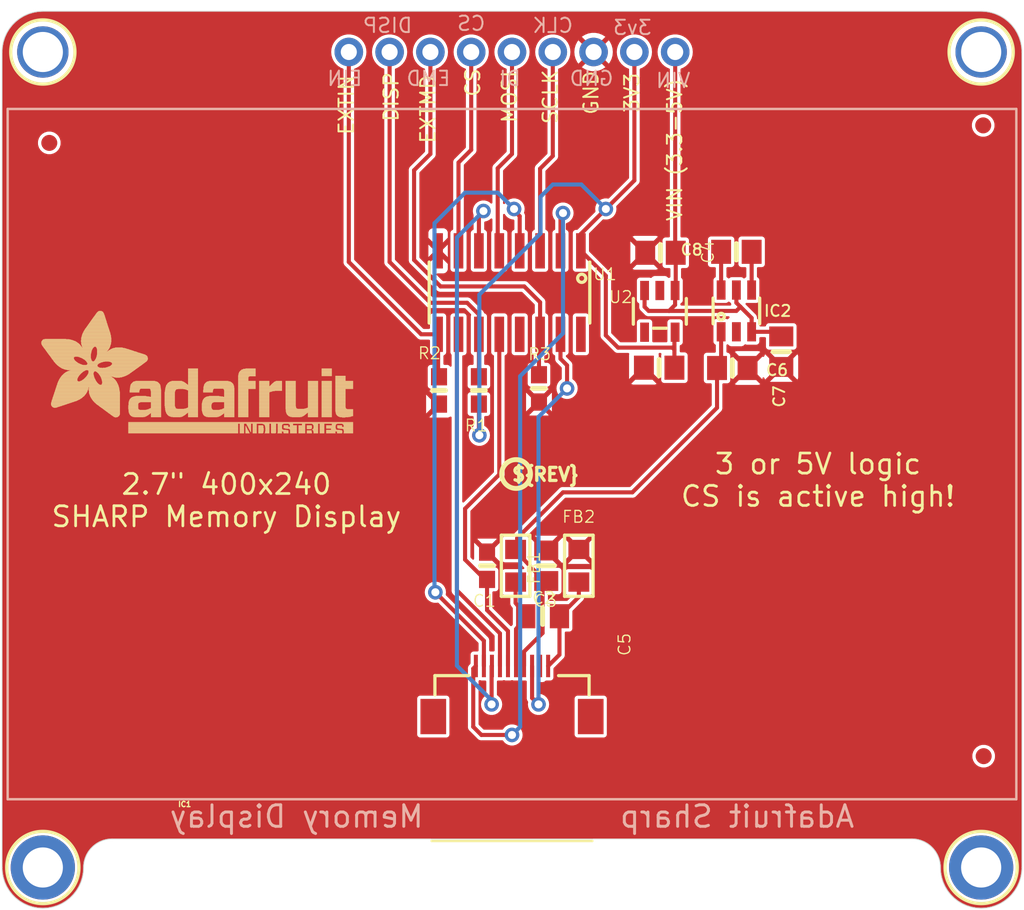
<source format=kicad_pcb>
(kicad_pcb (version 20221018) (generator pcbnew)
  (layers (0 "F.Cu" signal) (1 "In1.Cu" signal) (2 "In2.Cu" signal) (3 "In3.Cu" signal) (4 "In4.Cu" signal) (5 "In5.Cu" signal) (6 "In6.Cu" signal) (7 "In7.Cu" signal) (8 "In8.Cu" signal) (9 "In9.Cu" signal) (10 "In10.Cu" signal) (11 "In11.Cu" signal) (12 "In12.Cu" signal) (13 "In13.Cu" signal) (14 "In14.Cu" signal) (31 "B.Cu" signal) (34 "B.Paste" user) (35 "F.Paste" user) (36 "B.SilkS" user "B.Silkscreen") (37 "F.SilkS" user "F.Silkscreen") (38 "B.Mask" user) (39 "F.Mask" user) (44 "Edge.Cuts" user))
  (net 0 "")
  (net 1 "AVDD")
  (net 2 "AGND")
  (net 3 "GND")
  (net 4 "EXTMODE")
  (net 5 "EXTCOMIN")
  (net 6 "SCS")
  (net 7 "SI")
  (net 8 "SCLK")
  (net 9 "DISP")
  (net 10 "VIN")
  (net 11 "3.3V")
  (net 12 "SCLK_5V")
  (net 13 "SI_5V")
  (net 14 "SCS_5V")
  (net 15 "DISP_5V")
  (net 16 "EXTCOMIN_5V")
  (net 17 "EXTMODE_5V")
  (net 18 "5.0V")
  (net 19 "N$1")
  (net 20 "N$2")
  (footprint "working:FIDUCIAL_1MM" (layer "F.Cu") (at 119.6931 85.2656 180)
    (fp_text reference "FID1" hide)
    (fp_text value "FIDUCIAL_1MM" hide)
    (pad "1" smd roundrect (at 0 0 180) (size 1 1) (layers "F.Cu" "F.Mask") (roundrect_rratio 0.5))
  )
  (footprint "working:1X09_ROUND_70" (layer "F.Cu") (at 148.5011 79.6036 180)
    (fp_text reference "JP1" (at -29.2898 1.0632 90) (layer "F.SilkS") (effects (font (size 0.73282 0.73282) (thickness 0.07998)) (justify right)))
    (fp_text value "")
    (pad "1" thru_hole circle (at -10.16 0 270) (size 1.778 1.778) (drill 1) (layers "*.Cu" "*.Mask") (net 10 "VIN"))
    (pad "2" thru_hole circle (at -7.62 0 270) (size 1.778 1.778) (drill 1) (layers "*.Cu" "*.Mask") (net 11 "3.3V"))
    (pad "3" thru_hole circle (at -5.08 0 270) (size 1.778 1.778) (drill 1) (layers "*.Cu" "*.Mask") (net 3 "GND"))
    (pad "4" thru_hole circle (at -2.54 0 270) (size 1.778 1.778) (drill 1) (layers "*.Cu" "*.Mask") (net 12 "SCLK_5V"))
    (pad "5" thru_hole circle (at 0 0 270) (size 1.778 1.778) (drill 1) (layers "*.Cu" "*.Mask") (net 13 "SI_5V"))
    (pad "6" thru_hole circle (at 2.54 0 270) (size 1.778 1.778) (drill 1) (layers "*.Cu" "*.Mask") (net 14 "SCS_5V"))
    (pad "7" thru_hole circle (at 5.08 0 270) (size 1.778 1.778) (drill 1) (layers "*.Cu" "*.Mask") (net 17 "EXTMODE_5V"))
    (pad "8" thru_hole circle (at 7.62 0 270) (size 1.778 1.778) (drill 1) (layers "*.Cu" "*.Mask") (net 15 "DISP_5V"))
    (pad "9" thru_hole circle (at 10.16 0 270) (size 1.778 1.778) (drill 1) (layers "*.Cu" "*.Mask") (net 16 "EXTCOMIN_5V"))
  )
  (footprint "working:0603-NO" (layer "F.Cu") (at 143.9581 100.6856 -90)
    (fp_text reference "R2" (at -2.315 1.3625) (layer "F.SilkS") (effects (font (size 0.73282 0.73282) (thickness 0.07998)) (justify left)))
    (fp_text value "10K")
    (pad "1" smd rect (at -0.85 0 270) (size 1.075 1) (layers "F.Cu" "F.Paste" "F.Mask") (net 16 "EXTCOMIN_5V"))
    (pad "2" smd rect (at 0.85 0 270) (size 1.075 1) (layers "F.Cu" "F.Paste" "F.Mask") (net 3 "GND"))
  )
  (footprint "working:0805-NO" (layer "F.Cu") (at 150.6311 111.6076 90)
    (fp_text reference "C3" (at -2.188 0.7275) (layer "F.SilkS") (effects (font (size 0.73282 0.73282) (thickness 0.07998)) (justify right)))
    (fp_text value "1µF")
    (pad "1" smd rect (at -0.95 0 90) (size 1.24 1.5) (layers "F.Cu" "F.Paste" "F.Mask") (net 18 "5.0V"))
    (pad "2" smd rect (at 0.95 0 90) (size 1.24 1.5) (layers "F.Cu" "F.Paste" "F.Mask") (net 3 "GND"))
  )
  (footprint "working:0805-NO" (layer "F.Cu") (at 162.4711 92.0496 180)
    (fp_text reference "C8" (at 2.032 0.127) (layer "F.SilkS") (effects (font (size 0.692831 0.692831) (thickness 0.119969)) (justify right)))
    (fp_text value "1uF")
    (pad "1" smd rect (at -0.95 0 180) (size 1.24 1.5) (layers "F.Cu" "F.Paste" "F.Mask") (net 20 "N$2"))
    (pad "2" smd rect (at 0.95 0 180) (size 1.24 1.5) (layers "F.Cu" "F.Paste" "F.Mask") (net 19 "N$1"))
  )
  (footprint "working:0805-NO" (layer "F.Cu") (at 162.2171 99.2886)
    (fp_text reference "C6" (at 2.032 0.127) (layer "F.SilkS") (effects (font (size 0.692831 0.692831) (thickness 0.119969)) (justify left)))
    (fp_text value "10uF")
    (pad "1" smd rect (at -0.95 0) (size 1.24 1.5) (layers "F.Cu" "F.Paste" "F.Mask") (net 18 "5.0V"))
    (pad "2" smd rect (at 0.95 0) (size 1.24 1.5) (layers "F.Cu" "F.Paste" "F.Mask") (net 3 "GND"))
  )
  (footprint "working:0805_10MGAP" (layer "F.Cu") (at 150.4061 114.7536)
    (fp_text reference "C2" (at -0.6985 -1.143) (layer "F.SilkS") (effects (font (size 0.73282 0.73282) (thickness 0.07998)) (justify left)))
    (fp_text value "1µF")
    (pad "1" smd rect (at -1.05 0) (size 1.2 1.5) (layers "F.Cu" "F.Paste" "F.Mask") (net 1 "AVDD"))
    (pad "2" smd rect (at 1.05 0) (size 1.2 1.5) (layers "F.Cu" "F.Paste" "F.Mask") (net 2 "AGND"))
  )
  (footprint "working:PCBFEAT-REV-040" (layer "F.Cu") (at 148.7551 105.8926)
    (fp_text reference "U$29" hide)
    (fp_text value "" hide)
    (fp_text user "${REV}" (at -0.3556 0.508) (layer "F.SilkS") (effects (font (size 0.8128 0.8128) (thickness 0.2032)) (justify left bottom)))
  )
  (footprint "working:0603-NO" (layer "F.Cu") (at 146.4401 100.6856 90)
    (fp_text reference "R1" (at -2.188 0.6005) (layer "F.SilkS") (effects (font (size 0.73282 0.73282) (thickness 0.07998)) (justify right)))
    (fp_text value "10K")
    (pad "1" smd rect (at -0.85 0 90) (size 1.075 1) (layers "F.Cu" "F.Paste" "F.Mask") (net 11 "3.3V"))
    (pad "2" smd rect (at 0.85 0 90) (size 1.075 1) (layers "F.Cu" "F.Paste" "F.Mask") (net 15 "DISP_5V"))
  )
  (footprint "working:0805-NO" (layer "F.Cu") (at 157.6631 99.2686 180)
    (fp_text reference "C5" (at 2.157 -18.0085 90) (layer "F.SilkS") (effects (font (size 0.73282 0.73282) (thickness 0.07998)) (justify left)))
    (fp_text value "10µF")
    (pad "1" smd rect (at -0.95 0 180) (size 1.24 1.5) (layers "F.Cu" "F.Paste" "F.Mask") (net 11 "3.3V"))
    (pad "2" smd rect (at 0.95 0 180) (size 1.24 1.5) (layers "F.Cu" "F.Paste" "F.Mask") (net 3 "GND"))
  )
  (footprint "working:_0805" (layer "F.Cu") (at 148.7261 111.6076 -90)
    (fp_text reference "FB1" (at -0.9525 -1.143 90) (layer "F.SilkS") (effects (font (size 0.73282 0.73282) (thickness 0.07998)) (justify right)))
    (fp_text value "FERRITE")
    (pad "1" smd rect (at -1.016 0 270) (size 1.2 1.3) (layers "F.Cu" "F.Paste" "F.Mask") (net 18 "5.0V"))
    (pad "2" smd rect (at 1.016 0 270) (size 1.2 1.3) (layers "F.Cu" "F.Paste" "F.Mask") (net 1 "AVDD"))
  )
  (footprint "working:FIDUCIAL_1MM" (layer "F.Cu") (at 177.8381 84.1756 180)
    (fp_text reference "FID3" hide)
    (fp_text value "FIDUCIAL_1MM" hide)
    (pad "1" smd roundrect (at 0 0 180) (size 1 1) (layers "F.Cu" "F.Mask") (roundrect_rratio 0.5))
  )
  (footprint "working:SOT23-5" (layer "F.Cu") (at 157.7051 95.7596 180)
    (fp_text reference "U2" (at 1.651 0.889) (layer "F.SilkS") (effects (font (size 0.73282 0.73282) (thickness 0.07998)) (justify right)))
    (fp_text value "AP2112K-3.3")
    (pad "1" smd rect (at -0.95 1.3001 180) (size 0.55 1.2) (layers "F.Cu" "F.Paste" "F.Mask") (net 10 "VIN"))
    (pad "2" smd rect (at 0 1.3001 180) (size 0.55 1.2) (layers "F.Cu" "F.Paste" "F.Mask") (net 3 "GND"))
    (pad "3" smd rect (at 0.95 1.3001 180) (size 0.55 1.2) (layers "F.Cu" "F.Paste" "F.Mask") (net 10 "VIN"))
    (pad "4" smd rect (at 0.95 -1.3001 180) (size 0.55 1.2) (layers "F.Cu" "F.Paste" "F.Mask"))
    (pad "5" smd rect (at -0.95 -1.3001 180) (size 0.55 1.2) (layers "F.Cu" "F.Paste" "F.Mask") (net 11 "3.3V"))
  )
  (footprint "working:ADAFRUIT_TEXT_20MM" (layer "F.Cu") (at 119.0371 103.3526)
    (fp_text reference "U$32" hide)
    (fp_text value "" hide)
  )
  (footprint "working:SHARP_2.7IN" (layer "F.Cu") (at 148.5011 120.7516)
    (fp_text reference "IC1" (at -20.828 5.715) (layer "F.SilkS") (effects (font (size 0.32642 0.32642) (thickness 0.07998)) (justify left)))
    (fp_text value "LS013B4DN04")
    (pad "P$1" smd rect (at -2.25 -2.9) (size 0.25 1.4) (layers "F.Cu" "F.Paste" "F.Mask") (net 8 "SCLK"))
    (pad "P$2" smd rect (at -1.75 -2.9) (size 0.25 1.4) (layers "F.Cu" "F.Paste" "F.Mask") (net 7 "SI"))
    (pad "P$3" smd rect (at -1.25 -2.9) (size 0.25 1.4) (layers "F.Cu" "F.Paste" "F.Mask") (net 6 "SCS"))
    (pad "P$4" smd rect (at -0.75 -2.9) (size 0.25 1.4) (layers "F.Cu" "F.Paste" "F.Mask") (net 5 "EXTCOMIN"))
    (pad "P$5" smd rect (at -0.25 -2.9) (size 0.25 1.4) (layers "F.Cu" "F.Paste" "F.Mask") (net 9 "DISP"))
    (pad "P$6" smd rect (at 0.25 -2.9) (size 0.25 1.4) (layers "F.Cu" "F.Paste" "F.Mask") (net 1 "AVDD"))
    (pad "P$7" smd rect (at 0.75 -2.9) (size 0.25 1.4) (layers "F.Cu" "F.Paste" "F.Mask") (net 18 "5.0V"))
    (pad "P$8" smd rect (at 1.25 -2.9) (size 0.25 1.4) (layers "F.Cu" "F.Paste" "F.Mask") (net 4 "EXTMODE"))
    (pad "P$9" smd rect (at 1.75 -2.9) (size 0.25 1.4) (layers "F.Cu" "F.Paste" "F.Mask") (net 3 "GND"))
    (pad "P$10" smd rect (at 2.25 -2.9) (size 0.25 1.4) (layers "F.Cu" "F.Paste" "F.Mask") (net 2 "AGND"))
    (pad "SUPPORT1" smd rect (at -4.9 0.25) (size 1.6 2.2) (layers "F.Cu" "F.Paste" "F.Mask"))
    (pad "SUPPORT2" smd rect (at 4.9 0.25) (size 1.6 2.2) (layers "F.Cu" "F.Paste" "F.Mask"))
  )
  (footprint "working:MOUNTINGHOLE_2.5_PLATED_THICK" (layer "F.Cu") (at 119.2911 130.4036 -90)
    (fp_text reference "U$22" hide)
    (fp_text value "MOUNTINGHOLE2.5_THICK" hide)
    (pad "P$1" thru_hole circle (at 0 0 270) (size 4 4) (drill 2.5) (layers "*.Cu" "*.Mask"))
    (zone (net 0) (net_name "") (layer "F.Cu") (connect_pads (clearance 0)) (min_thickness 0.25)
      (keepout (tracks not_allowed) (vias not_allowed) (pads not_allowed) (copperpour not_allowed) (footprints allowed))
      (fill (thermal_gap 0.5) (thermal_bridge_width 0.5))
      (polygon (pts (xy 119.2911 132.6696) (xy 119.593128 132.649382) (xy 119.889767 132.589087) (xy 120.175722 132.489793) (xy 120.445891 132.35327) (xy 120.695453 132.181955) (xy 120.919954 131.978906) (xy 121.115389 131.747745) (xy 121.278269 131.492598) (xy 121.405687 131.218018) (xy 121.495371 130.928904) (xy 121.54572 130.630417) (xy 121.555835 130.327882) (xy 121.525535 130.026698) (xy 121.455362 129.73224) (xy 121.346568 129.449762) (xy 121.201094 129.184305) (xy 121.021536 128.940607) (xy 120.811098 128.723016) (xy 120.573536 128.535415) (xy 120.313089 128.381152) (xy 120.034404 128.26298) (xy 119.742455 128.183007) (xy 119.442452 128.14266) (xy 119.139748 128.14266) (xy 118.839745 128.183007) (xy 118.547796 128.26298) (xy 118.269111 128.381152) (xy 118.008664 128.535415) (xy 117.771102 128.723016) (xy 117.560664 128.940607) (xy 117.381106 129.184305) (xy 117.235632 129.449762) (xy 117.126838 129.73224) (xy 117.056665 130.026698) (xy 117.026365 130.327882) (xy 117.03648 130.630417) (xy 117.086829 130.928904) (xy 117.176513 131.218018) (xy 117.303931 131.492598) (xy 117.466811 131.747745) (xy 117.662246 131.978906) (xy 117.886747 132.181955) (xy 118.136309 132.35327) (xy 118.406478 132.489793) (xy 118.692433 132.589087) (xy 118.989072 132.649382)))
      (polygon (pts (xy 119.2911 130.6376) (xy 119.386276 130.61737) (xy 119.464996 130.560177) (xy 119.513647 130.47591) (xy 119.523818 130.37914) (xy 119.49375 130.2866) (xy 119.428642 130.21429) (xy 119.339751 130.174713) (xy 119.242449 130.174713) (xy 119.153558 130.21429) (xy 119.08845 130.2866) (xy 119.058382 130.37914) (xy 119.068553 130.47591) (xy 119.117204 130.560177) (xy 119.195924 130.61737)))
    )
  )
  (footprint "working:0603-NO" (layer "F.Cu") (at 146.9481 111.6076 90)
    (fp_text reference "C1" (at -2.188 0.6005) (layer "F.SilkS") (effects (font (size 0.73282 0.73282) (thickness 0.07998)) (justify right)))
    (fp_text value "0.1µF")
    (pad "1" smd rect (at -0.85 0 90) (size 1.075 1) (layers "F.Cu" "F.Paste" "F.Mask") (net 9 "DISP"))
    (pad "2" smd rect (at 0.85 0 90) (size 1.075 1) (layers "F.Cu" "F.Paste" "F.Mask") (net 3 "GND"))
  )
  (footprint "working:0805-NO" (layer "F.Cu") (at 165.2651 98.2726 -90)
    (fp_text reference "C7" (at 2.032 0.127 90) (layer "F.SilkS") (effects (font (size 0.692831 0.692831) (thickness 0.119969)) (justify right)))
    (fp_text value "10uF")
    (pad "1" smd rect (at -0.95 0 270) (size 1.24 1.5) (layers "F.Cu" "F.Paste" "F.Mask") (net 10 "VIN"))
    (pad "2" smd rect (at 0.95 0 270) (size 1.24 1.5) (layers "F.Cu" "F.Paste" "F.Mask") (net 3 "GND"))
  )
  (footprint "working:FIDUCIAL_1MM" (layer "F.Cu") (at 177.8671 123.4696 180)
    (fp_text reference "FID2" hide)
    (fp_text value "FIDUCIAL_1MM" hide)
    (pad "1" smd roundrect (at 0 0 180) (size 1 1) (layers "F.Cu" "F.Mask") (roundrect_rratio 0.5))
  )
  (footprint "working:MOUNTINGHOLE_2.5_PLATED" (layer "F.Cu") (at 177.7111 79.6036 -90)
    (fp_text reference "U$27" hide)
    (fp_text value "MOUNTINGHOLE2.5" hide)
    (pad "P$1" thru_hole circle (at 0 0 270) (size 3.2 3.2) (drill 2.5) (layers "*.Cu" "*.Mask"))
    (zone (net 0) (net_name "") (layer "F.Cu") (connect_pads (clearance 0)) (min_thickness 0.25)
      (keepout (tracks not_allowed) (vias not_allowed) (pads not_allowed) (copperpour not_allowed) (footprints allowed))
      (fill (thermal_gap 0.5) (thermal_bridge_width 0.5))
      (polygon (pts (xy 177.7111 81.6196) (xy 177.991673 81.59998) (xy 178.266785 81.541504) (xy 178.531081 81.445308) (xy 178.779417 81.313265) (xy 179.00696 81.147946) (xy 179.20928 80.952567) (xy 179.38244 80.730933) (xy 179.523069 80.487356) (xy 179.62843 80.226578) (xy 179.696472 79.953675) (xy 179.725872 79.673957) (xy 179.716056 79.392871) (xy 179.667216 79.115885) (xy 179.580303 78.848393) (xy 179.457007 78.5956) (xy 179.29973 78.362426) (xy 179.111531 78.153411) (xy 178.896075 77.972622) (xy 178.657555 77.823578) (xy 178.400613 77.70918) (xy 178.13025 77.631654) (xy 177.851729 77.592511) (xy 177.570471 77.592511) (xy 177.29195 77.631654) (xy 177.021587 77.70918) (xy 176.764645 77.823578) (xy 176.526125 77.972622) (xy 176.310669 78.153411) (xy 176.12247 78.362426) (xy 175.965193 78.5956) (xy 175.841897 78.848393) (xy 175.754984 79.115885) (xy 175.706144 79.392871) (xy 175.696328 79.673957) (xy 175.725728 79.953675) (xy 175.79377 80.226578) (xy 175.899131 80.487356) (xy 176.03976 80.730933) (xy 176.21292 80.952567) (xy 176.41524 81.147946) (xy 176.642783 81.313265) (xy 176.891119 81.445308) (xy 177.155415 81.541504) (xy 177.430527 81.59998)))
      (polygon (pts (xy 177.7111 79.5876) (xy 177.699786 79.592286) (xy 177.6951 79.6036) (xy 177.699786 79.614914) (xy 177.7111 79.6196) (xy 177.722414 79.614914) (xy 177.7271 79.6036) (xy 177.722414 79.592286)))
    )
  )
  (footprint "working:0805-NO" (layer "F.Cu") (at 157.7451 92.1096 180)
    (fp_text reference "C4" (at -2.95 -0.7275 90) (layer "F.SilkS") (effects (font (size 0.73282 0.73282) (thickness 0.07998)) (justify left)))
    (fp_text value "10µF")
    (pad "1" smd rect (at -0.95 0 180) (size 1.24 1.5) (layers "F.Cu" "F.Paste" "F.Mask") (net 10 "VIN"))
    (pad "2" smd rect (at 0.95 0 180) (size 1.24 1.5) (layers "F.Cu" "F.Paste" "F.Mask") (net 3 "GND"))
  )
  (footprint "working:0603-NO" (layer "F.Cu") (at 150.1811 100.5586 90)
    (fp_text reference "R3" (at 2.13 -0.7275) (layer "F.SilkS") (effects (font (size 0.73282 0.73282) (thickness 0.07998)) (justify left)))
    (fp_text value "10K")
    (pad "1" smd rect (at -0.85 0 90) (size 1.075 1) (layers "F.Cu" "F.Paste" "F.Mask") (net 3 "GND"))
    (pad "2" smd rect (at 0.85 0 90) (size 1.075 1) (layers "F.Cu" "F.Paste" "F.Mask") (net 17 "EXTMODE_5V"))
  )
  (footprint "working:SOT23-6" (layer "F.Cu") (at 162.4711 95.7326)
    (fp_text reference "IC2" (at 1.651 0) (layer "F.SilkS") (effects (font (size 0.692831 0.692831) (thickness 0.119969)) (justify left)))
    (fp_text value "AP3602")
    (pad "1" smd rect (at -0.95 1.3) (size 0.55 1.2) (layers "F.Cu" "F.Paste" "F.Mask") (net 18 "5.0V"))
    (pad "2" smd rect (at 0 1.3) (size 0.55 1.2) (layers "F.Cu" "F.Paste" "F.Mask") (net 3 "GND"))
    (pad "3" smd rect (at 0.95 1.3) (size 0.55 1.2) (layers "F.Cu" "F.Paste" "F.Mask") (net 10 "VIN"))
    (pad "4" smd rect (at 0.95 -1.3) (size 0.55 1.2) (layers "F.Cu" "F.Paste" "F.Mask") (net 20 "N$2"))
    (pad "5" smd rect (at 0 -1.3) (size 0.55 1.2) (layers "F.Cu" "F.Paste" "F.Mask") (net 10 "VIN"))
    (pad "6" smd rect (at -0.95 -1.3) (size 0.55 1.2) (layers "F.Cu" "F.Paste" "F.Mask") (net 19 "N$1"))
  )
  (footprint "working:SOIC16" (layer "F.Cu") (at 148.3451 94.5896 180)
    (fp_text reference "U1" (at -6.731 1.143) (layer "F.SilkS") (effects (font (size 0.73282 0.73282) (thickness 0.07998)) (justify right)))
    (fp_text value "74HC4050D")
    (pad "1" smd rect (at -4.445 2.6 180) (size 0.6 2.2) (layers "F.Cu" "F.Paste" "F.Mask") (net 11 "3.3V"))
    (pad "2" smd rect (at -3.175 2.6 180) (size 0.6 2.2) (layers "F.Cu" "F.Paste" "F.Mask") (net 8 "SCLK"))
    (pad "3" smd rect (at -1.905 2.6 180) (size 0.6 2.2) (layers "F.Cu" "F.Paste" "F.Mask") (net 12 "SCLK_5V"))
    (pad "4" smd rect (at -0.635 2.6 180) (size 0.6 2.2) (layers "F.Cu" "F.Paste" "F.Mask") (net 7 "SI"))
    (pad "5" smd rect (at 0.635 2.6 180) (size 0.6 2.2) (layers "F.Cu" "F.Paste" "F.Mask") (net 13 "SI_5V"))
    (pad "6" smd rect (at 1.905 2.6 180) (size 0.6 2.2) (layers "F.Cu" "F.Paste" "F.Mask") (net 6 "SCS"))
    (pad "7" smd rect (at 3.175 2.6 180) (size 0.6 2.2) (layers "F.Cu" "F.Paste" "F.Mask") (net 14 "SCS_5V"))
    (pad "8" smd rect (at 4.445 2.6 180) (size 0.6 2.2) (layers "F.Cu" "F.Paste" "F.Mask") (net 3 "GND"))
    (pad "9" smd rect (at 4.445 -2.6 180) (size 0.6 2.2) (layers "F.Cu" "F.Paste" "F.Mask") (net 16 "EXTCOMIN_5V"))
    (pad "10" smd rect (at 3.175 -2.6 180) (size 0.6 2.2) (layers "F.Cu" "F.Paste" "F.Mask") (net 5 "EXTCOMIN"))
    (pad "11" smd rect (at 1.905 -2.6 180) (size 0.6 2.2) (layers "F.Cu" "F.Paste" "F.Mask") (net 15 "DISP_5V"))
    (pad "12" smd rect (at 0.635 -2.6 180) (size 0.6 2.2) (layers "F.Cu" "F.Paste" "F.Mask") (net 9 "DISP"))
    (pad "13" smd rect (at -0.635 -2.6 180) (size 0.6 2.2) (layers "F.Cu" "F.Paste" "F.Mask"))
    (pad "14" smd rect (at -1.905 -2.6 180) (size 0.6 2.2) (layers "F.Cu" "F.Paste" "F.Mask") (net 17 "EXTMODE_5V"))
    (pad "15" smd rect (at -3.175 -2.6 180) (size 0.6 2.2) (layers "F.Cu" "F.Paste" "F.Mask") (net 4 "EXTMODE"))
    (pad "16" smd rect (at -4.445 -2.6 180) (size 0.6 2.2) (layers "F.Cu" "F.Paste" "F.Mask"))
  )
  (footprint "working:MOUNTINGHOLE_2.5_PLATED_THICK" (layer "F.Cu") (at 177.7111 130.4036 90)
    (fp_text reference "U$21" hide)
    (fp_text value "MOUNTINGHOLE2.5_THICK" hide)
    (pad "P$1" thru_hole circle (at 0 0 90) (size 4 4) (drill 2.5) (layers "*.Cu" "*.Mask"))
    (zone (net 0) (net_name "") (layer "F.Cu") (connect_pads (clearance 0)) (min_thickness 0.25)
      (keepout (tracks not_allowed) (vias not_allowed) (pads not_allowed) (copperpour not_allowed) (footprints allowed))
      (fill (thermal_gap 0.5) (thermal_bridge_width 0.5))
      (polygon (pts (xy 177.7111 128.1376) (xy 177.409072 128.157818) (xy 177.112433 128.218113) (xy 176.826478 128.317407) (xy 176.556309 128.45393) (xy 176.306747 128.625245) (xy 176.082246 128.828294) (xy 175.886811 129.059455) (xy 175.723931 129.314602) (xy 175.596513 129.589182) (xy 175.506829 129.878296) (xy 175.45648 130.176783) (xy 175.446365 130.479318) (xy 175.476665 130.780502) (xy 175.546838 131.07496) (xy 175.655632 131.357438) (xy 175.801106 131.622895) (xy 175.980664 131.866593) (xy 176.191102 132.084184) (xy 176.428664 132.271785) (xy 176.689111 132.426048) (xy 176.967796 132.54422) (xy 177.259745 132.624193) (xy 177.559748 132.66454) (xy 177.862452 132.66454) (xy 178.162455 132.624193) (xy 178.454404 132.54422) (xy 178.733089 132.426048) (xy 178.993536 132.271785) (xy 179.231098 132.084184) (xy 179.441536 131.866593) (xy 179.621094 131.622895) (xy 179.766568 131.357438) (xy 179.875362 131.07496) (xy 179.945535 130.780502) (xy 179.975835 130.479318) (xy 179.96572 130.176783) (xy 179.915371 129.878296) (xy 179.825687 129.589182) (xy 179.698269 129.314602) (xy 179.535389 129.059455) (xy 179.339954 128.828294) (xy 179.115453 128.625245) (xy 178.865891 128.45393) (xy 178.595722 128.317407) (xy 178.309767 128.218113) (xy 178.013128 128.157818)))
      (polygon (pts (xy 177.7111 130.1696) (xy 177.615924 130.18983) (xy 177.537204 130.247023) (xy 177.488553 130.33129) (xy 177.478382 130.42806) (xy 177.50845 130.5206) (xy 177.573558 130.59291) (xy 177.662449 130.632487) (xy 177.759751 130.632487) (xy 177.848642 130.59291) (xy 177.91375 130.5206) (xy 177.943818 130.42806) (xy 177.933647 130.33129) (xy 177.884996 130.247023) (xy 177.806276 130.18983)))
    )
  )
  (footprint "working:MOUNTINGHOLE_2.5_PLATED" (layer "F.Cu") (at 119.2911 79.6036 90)
    (fp_text reference "U$28" hide)
    (fp_text value "MOUNTINGHOLE2.5" hide)
    (pad "P$1" thru_hole circle (at 0 0 90) (size 3.2 3.2) (drill 2.5) (layers "*.Cu" "*.Mask"))
    (zone (net 0) (net_name "") (layer "F.Cu") (connect_pads (clearance 0)) (min_thickness 0.25)
      (keepout (tracks not_allowed) (vias not_allowed) (pads not_allowed) (copperpour not_allowed) (footprints allowed))
      (fill (thermal_gap 0.5) (thermal_bridge_width 0.5))
      (polygon (pts (xy 119.2911 77.5876) (xy 119.010527 77.60722) (xy 118.735415 77.665696) (xy 118.471119 77.761892) (xy 118.222783 77.893935) (xy 117.99524 78.059254) (xy 117.79292 78.254633) (xy 117.61976 78.476267) (xy 117.479131 78.719844) (xy 117.37377 78.980622) (xy 117.305728 79.253525) (xy 117.276328 79.533243) (xy 117.286144 79.814329) (xy 117.334984 80.091315) (xy 117.421897 80.358807) (xy 117.545193 80.6116) (xy 117.70247 80.844774) (xy 117.890669 81.053789) (xy 118.106125 81.234578) (xy 118.344645 81.383622) (xy 118.601587 81.49802) (xy 118.87195 81.575546) (xy 119.150471 81.614689) (xy 119.431729 81.614689) (xy 119.71025 81.575546) (xy 119.980613 81.49802) (xy 120.237555 81.383622) (xy 120.476075 81.234578) (xy 120.691531 81.053789) (xy 120.87973 80.844774) (xy 121.037007 80.6116) (xy 121.160303 80.358807) (xy 121.247216 80.091315) (xy 121.296056 79.814329) (xy 121.305872 79.533243) (xy 121.276472 79.253525) (xy 121.20843 78.980622) (xy 121.103069 78.719844) (xy 120.96244 78.476267) (xy 120.78928 78.254633) (xy 120.58696 78.059254) (xy 120.359417 77.893935) (xy 120.111081 77.761892) (xy 119.846785 77.665696) (xy 119.571673 77.60722)))
      (polygon (pts (xy 119.2911 79.6196) (xy 119.302414 79.614914) (xy 119.3071 79.6036) (xy 119.302414 79.592286) (xy 119.2911 79.5876) (xy 119.279786 79.592286) (xy 119.2751 79.6036) (xy 119.279786 79.614914)))
    )
  )
  (footprint "working:_0805" (layer "F.Cu") (at 152.6631 111.6076 -90)
    (fp_text reference "FB2" (at -3.05 -1.0705) (layer "F.SilkS") (effects (font (size 0.73282 0.73282) (thickness 0.07998)) (justify right)))
    (fp_text value "FERRITE")
    (pad "1" smd rect (at -1.016 0 270) (size 1.2 1.3) (layers "F.Cu" "F.Paste" "F.Mask") (net 3 "GND"))
    (pad "2" smd rect (at 1.016 0 270) (size 1.2 1.3) (layers "F.Cu" "F.Paste" "F.Mask") (net 2 "AGND"))
  )
  (gr_line (start 116.7511 130.4036) (end 116.7511 79.6036) (stroke (width 0.05)) (layer "Edge.Cuts"))
  (gr_arc (start 121.8311 130.4036) (mid 122.351864 129.146364) (end 123.6091 128.6256) (stroke (width 0.05)) (layer "Edge.Cuts"))
  (gr_arc (start 177.7111 77.0636) (mid 179.507151 77.807549) (end 180.2511 79.6036) (stroke (width 0.05)) (layer "Edge.Cuts"))
  (gr_arc (start 121.8311 130.4036) (mid 121.087151 132.199651) (end 119.2911 132.9436) (stroke (width 0.05)) (layer "Edge.Cuts"))
  (gr_arc (start 180.2511 130.4036) (mid 179.507151 132.199651) (end 177.7111 132.9436) (stroke (width 0.05)) (layer "Edge.Cuts"))
  (gr_line (start 119.2911 77.0636) (end 177.7111 77.0636) (stroke (width 0.05)) (layer "Edge.Cuts"))
  (gr_arc (start 177.7111 132.9436) (mid 175.915049 132.199651) (end 175.1711 130.4036) (stroke (width 0.05)) (layer "Edge.Cuts"))
  (gr_arc (start 119.2911 132.9436) (mid 117.495049 132.199651) (end 116.751101 130.403599) (stroke (width 0.05)) (layer "Edge.Cuts"))
  (gr_line (start 180.2511 79.6036) (end 180.2511 130.4036) (stroke (width 0.05)) (layer "Edge.Cuts"))
  (gr_arc (start 116.7511 79.6036) (mid 117.495049 77.807548) (end 119.291101 77.063599) (stroke (width 0.05)) (layer "Edge.Cuts"))
  (gr_arc (start 173.3931 128.6256) (mid 174.650336 129.146364) (end 175.1711 130.4036) (stroke (width 0.05)) (layer "Edge.Cuts"))
  (gr_line (start 173.3931 128.6256) (end 123.6091 128.6256) (stroke (width 0.05)) (layer "Edge.Cuts"))
  (gr_text "Adafruit Sharp            Memory Display" (at 148.5011 127.2286) (layer "B.SilkS") (effects (font (size 1.34112 1.34112) (thickness 0.18288)) (justify mirror)))
  (gr_text "CS" (at 145.9611 77.8256) (layer "B.SilkS") (effects (font (size 0.89408 0.89408) (thickness 0.12192)) (justify mirror)))
  (gr_text "3v3" (at 155.9941 78.0796) (layer "B.SilkS") (effects (font (size 0.89408 0.89408) (thickness 0.12192)) (justify mirror)))
  (gr_text "EIN" (at 138.0871 81.2546) (layer "B.SilkS") (effects (font (size 0.89408 0.89408) (thickness 0.12192)) (justify mirror)))
  (gr_text "VIN" (at 158.5341 81.3816) (layer "B.SilkS") (effects (font (size 0.89408 0.89408) (thickness 0.12192)) (justify mirror)))
  (gr_text "EMD" (at 143.2941 81.2546) (layer "B.SilkS") (effects (font (size 0.89408 0.89408) (thickness 0.12192)) (justify mirror)))
  (gr_text "DI" (at 148.3741 81.2546) (layer "B.SilkS") (effects (font (size 0.89408 0.89408) (thickness 0.12192)) (justify mirror)))
  (gr_text "DISP" (at 140.7541 77.9526) (layer "B.SilkS") (effects (font (size 0.89408 0.89408) (thickness 0.12192)) (justify mirror)))
  (gr_text "CLK" (at 151.0411 77.9526) (layer "B.SilkS") (effects (font (size 0.89408 0.89408) (thickness 0.12192)) (justify mirror)))
  (gr_text "GND" (at 153.4541 81.2546) (layer "B.SilkS") (effects (font (size 0.89408 0.89408) (thickness 0.12192)) (justify mirror)))
  (gr_text "3V3" (at 155.9651 82.1436 90) (layer "F.SilkS") (effects (font (size 0.89408 0.89408) (thickness 0.12192))))
  (gr_text "3 or 5V logic\nCS is active high!" (at 167.5511 106.2736) (layer "F.SilkS") (effects (font (size 1.251712 1.251712) (thickness 0.170688))))
  (gr_text "GND" (at 153.4251 82.1436 90) (layer "F.SilkS") (effects (font (size 0.89408 0.89408) (thickness 0.12192))))
  (gr_text "EXTIN" (at 138.1851 82.9056 90) (layer "F.SilkS") (effects (font (size 0.89408 0.89408) (thickness 0.12192))))
  (gr_text "EXTMD" (at 143.2651 83.1596 90) (layer "F.SilkS") (effects (font (size 0.89408 0.89408) (thickness 0.12192))))
  (gr_text "DISP" (at 140.9791 82.3976 90) (layer "F.SilkS") (effects (font (size 0.89408 0.89408) (thickness 0.12192))))
  (gr_text "CS" (at 146.0591 81.5086 90) (layer "F.SilkS") (effects (font (size 0.89408 0.89408) (thickness 0.12192))))
  (gr_text "SCLK" (at 150.8851 82.3976 90) (layer "F.SilkS") (effects (font (size 0.89408 0.89408) (thickness 0.12192))))
  (gr_text "MOSI" (at 148.3451 82.3976 90) (layer "F.SilkS") (effects (font (size 0.89408 0.89408) (thickness 0.12192))))
  (gr_text "2.7\" 400x240\nSHARP Memory Display\n" (at 130.7211 107.5436) (layer "F.SilkS") (effects (font (size 1.251712 1.251712) (thickness 0.170688))))
  (gr_text "VIN (3.3-5V)" (at 158.6321 85.6996 90) (layer "F.SilkS") (effects (font (size 0.89408 0.89408) (thickness 0.12192))))
  (segment (start 149.3561 114.7536) (end 148.7261 113.9236) (width 0.254) (layer "F.Cu") (net 1))
  (segment (start 148.7261 113.9236) (end 148.7261 112.6236) (width 0.254) (layer "F.Cu") (net 1))
  (segment (start 148.7511 115.5586) (end 149.3561 114.7536) (width 0.254) (layer "F.Cu") (net 1))
  (segment (start 148.7511 117.8516) (end 148.7511 115.5586) (width 0.254) (layer "F.Cu") (net 1))
  (segment (start 152.6631 113.5466) (end 151.4561 114.7536) (width 0.254) (layer "F.Cu") (net 2))
  (segment (start 152.6631 112.6236) (end 152.6631 113.5466) (width 0.254) (layer "F.Cu") (net 2))
  (segment (start 151.4561 114.7536) (end 151.4561 117.1466) (width 0.254) (layer "F.Cu") (net 2))
  (segment (start 151.4561 117.1466) (end 150.7511 117.8516) (width 0.254) (layer "F.Cu") (net 2))
  (segment (start 151.9301 99.1236) (end 151.5201 98.7136) (width 0.254) (layer "F.Cu") (net 4))
  (segment (start 149.7511 119.8426) (end 150.1521 120.2436) (width 0.254) (layer "F.Cu") (net 4))
  (segment (start 151.5201 98.7136) (end 151.5201 97.1896) (width 0.254) (layer "F.Cu") (net 4))
  (segment (start 151.9301 100.5586) (end 151.9301 99.1236) (width 0.254) (layer "F.Cu") (net 4))
  (segment (start 149.7511 117.8516) (end 149.7511 119.8426) (width 0.254) (layer "F.Cu") (net 4))
  (via (at 151.9301 100.5586) (size 0.9064) (drill 0.5) (layers "F.Cu" "B.Cu") (net 4))
  (via (at 150.1521 120.2436) (size 0.9064) (drill 0.5) (layers "F.Cu" "B.Cu") (net 4))
  (segment (start 150.1521 102.3366) (end 151.9301 100.5586) (width 0.254) (layer "B.Cu") (net 4))
  (segment (start 150.1521 120.2436) (end 150.1521 102.3366) (width 0.254) (layer "B.Cu") (net 4))
  (segment (start 145.0721 97.2876) (end 145.0721 113.143181) (width 0.254) (layer "F.Cu") (net 5))
  (segment (start 145.1701 97.1896) (end 145.0721 97.2876) (width 0.254) (layer "F.Cu") (net 5))
  (segment (start 147.7511 115.822181) (end 147.7511 117.8516) (width 0.254) (layer "F.Cu") (net 5))
  (segment (start 145.0721 113.143181) (end 147.7511 115.822181) (width 0.254) (layer "F.Cu") (net 5))
  (segment (start 147.2311 117.8716) (end 147.2511 117.8516) (width 0.254) (layer "F.Cu") (net 6))
  (segment (start 146.4401 91.9896) (end 146.4401 89.7926) (width 0.254) (layer "F.Cu") (net 6))
  (segment (start 147.2311 120.2436) (end 147.2311 117.8716) (width 0.254) (layer "F.Cu") (net 6))
  (segment (start 146.4401 89.7926) (end 146.7231 89.5096) (width 0.254) (layer "F.Cu") (net 6))
  (via (at 147.2311 120.2436) (size 0.9064) (drill 0.5) (layers "F.Cu" "B.Cu") (net 6))
  (via (at 146.7231 89.5096) (size 0.9064) (drill 0.5) (layers "F.Cu" "B.Cu") (net 6))
  (segment (start 147.2311 119.9896) (end 147.2311 120.2436) (width 0.254) (layer "B.Cu") (net 6))
  (segment (start 145.0721 91.1606) (end 145.0721 117.8306) (width 0.254) (layer "B.Cu") (net 6))
  (segment (start 145.0721 117.8306) (end 147.2311 119.9896) (width 0.254) (layer "B.Cu") (net 6))
  (segment (start 146.7231 89.5096) (end 145.0721 91.1606) (width 0.254) (layer "B.Cu") (net 6))
  (segment (start 148.9801 89.8306) (end 148.6281 89.4786) (width 0.254) (layer "F.Cu") (net 7))
  (segment (start 148.9801 91.9896) (end 148.9801 89.8306) (width 0.254) (layer "F.Cu") (net 7))
  (segment (start 148.6281 89.4786) (end 148.6281 89.3826) (width 0.254) (layer "F.Cu") (net 7))
  (segment (start 143.7299 113.2586) (end 146.7511 116.2798) (width 0.254) (layer "F.Cu") (net 7))
  (segment (start 146.7511 116.2798) (end 146.7511 117.8516) (width 0.254) (layer "F.Cu") (net 7))
  (via (at 143.7299 113.2586) (size 0.9064) (drill 0.5) (layers "F.Cu" "B.Cu") (net 7))
  (via (at 148.6281 89.3826) (size 0.9064) (drill 0.5) (layers "F.Cu" "B.Cu") (net 7))
  (segment (start 143.6751 90.2716) (end 143.6751 113.2038) (width 0.254) (layer "B.Cu") (net 7))
  (segment (start 148.6281 89.3826) (end 147.6121 88.3666) (width 0.254) (layer "B.Cu") (net 7))
  (segment (start 145.5801 88.3666) (end 143.6751 90.2716) (width 0.254) (layer "B.Cu") (net 7))
  (segment (start 147.6121 88.3666) (end 145.5801 88.3666) (width 0.254) (layer "B.Cu") (net 7))
  (segment (start 143.6751 113.2038) (end 143.7299 113.2586) (width 0.254) (layer "B.Cu") (net 7))
  (segment (start 151.5201 91.9896) (end 151.5201 89.7926) (width 0.254) (layer "F.Cu") (net 8))
  (segment (start 148.5011 122.1486) (end 146.5961 122.1486) (width 0.254) (layer "F.Cu") (net 8))
  (segment (start 151.5201 89.7926) (end 151.6761 89.6366) (width 0.254) (layer "F.Cu") (net 8))
  (segment (start 146.5961 122.1486) (end 146.0881 121.6406) (width 0.254) (layer "F.Cu") (net 8))
  (segment (start 146.0881 118.0146) (end 146.2511 117.8516) (width 0.254) (layer "F.Cu") (net 8))
  (segment (start 146.0881 121.6406) (end 146.0881 118.0146) (width 0.254) (layer "F.Cu") (net 8))
  (via (at 148.5011 122.1486) (size 0.9064) (drill 0.5) (layers "F.Cu" "B.Cu") (net 8))
  (via (at 151.6761 89.6366) (size 0.9064) (drill 0.5) (layers "F.Cu" "B.Cu") (net 8))
  (segment (start 149.0091 99.7966) (end 149.0091 121.6406) (width 0.254) (layer "B.Cu") (net 8))
  (segment (start 151.6761 97.1296) (end 149.0091 99.7966) (width 0.254) (layer "B.Cu") (net 8))
  (segment (start 151.6761 89.6366) (end 151.6761 97.1296) (width 0.254) (layer "B.Cu") (net 8))
  (segment (start 149.0091 121.6406) (end 148.5011 122.1486) (width 0.254) (layer "B.Cu") (net 8))
  (segment (start 145.5801 108.0516) (end 145.5801 111.2266) (width 0.254) (layer "F.Cu") (net 9))
  (segment (start 147.7101 105.9216) (end 145.5801 108.0516) (width 0.254) (layer "F.Cu") (net 9))
  (segment (start 148.2511 115.6756) (end 148.2511 117.8516) (width 0.254) (layer "F.Cu") (net 9))
  (segment (start 147.7101 97.1896) (end 147.7101 105.9216) (width 0.254) (layer "F.Cu") (net 9))
  (segment (start 146.9481 114.3726) (end 148.2511 115.6756) (width 0.254) (layer "F.Cu") (net 9))
  (segment (start 146.8111 112.4576) (end 146.9481 112.4576) (width 0.254) (layer "F.Cu") (net 9))
  (segment (start 146.9481 112.4576) (end 146.9481 114.3726) (width 0.254) (layer "F.Cu") (net 9))
  (segment (start 145.5801 111.2266) (end 146.8111 112.4576) (width 0.254) (layer "F.Cu") (net 9))
  (segment (start 158.6611 92.0756) (end 158.6951 92.1096) (width 0.254) (layer "F.Cu") (net 10))
  (segment (start 162.4711 94.4326) (end 162.4711 95.2246) (width 0.254) (layer "F.Cu") (net 10))
  (segment (start 162.4711 95.2246) (end 162.7251 95.4786) (width 0.254) (layer "F.Cu") (net 10))
  (segment (start 158.6551 95.3576) (end 158.6551 94.4595) (width 0.254) (layer "F.Cu") (net 10))
  (segment (start 158.6611 79.6036) (end 158.6611 92.0756) (width 0.254) (layer "F.Cu") (net 10))
  (segment (start 162.4711 95.7326) (end 162.7251 95.4786) (width 0.254) (layer "F.Cu") (net 10))
  (segment (start 158.2801 95.7326) (end 158.6551 95.3576) (width 0.254) (layer "F.Cu") (net 10))
  (segment (start 156.7551 94.4595) (end 156.7551 95.4776) (width 0.254) (layer "F.Cu") (net 10))
  (segment (start 157.0101 95.7326) (end 158.2801 95.7326) (width 0.254) (layer "F.Cu") (net 10))
  (segment (start 158.2801 95.7326) (end 162.4711 95.7326) (width 0.254) (layer "F.Cu") (net 10))
  (segment (start 158.6951 92.1096) (end 158.6951 94.4195) (width 0.254) (layer "F.Cu") (net 10))
  (segment (start 164.9751 97.0326) (end 165.2651 97.3226) (width 0.254) (layer "F.Cu") (net 10))
  (segment (start 163.4211 96.1746) (end 163.4211 97.0326) (width 0.254) (layer "F.Cu") (net 10))
  (segment (start 158.6951 94.4195) (end 158.6551 94.4595) (width 0.254) (layer "F.Cu") (net 10))
  (segment (start 162.7251 95.4786) (end 163.4211 96.1746) (width 0.254) (layer "F.Cu") (net 10))
  (segment (start 156.7551 95.4776) (end 157.0101 95.7326) (width 0.254) (layer "F.Cu") (net 10))
  (segment (start 163.4211 97.0326) (end 164.9751 97.0326) (width 0.254) (layer "F.Cu") (net 10))
  (segment (start 154.3431 97.2566) (end 155.1051 98.0186) (width 0.254) (layer "F.Cu") (net 11))
  (segment (start 146.4401 103.4506) (end 146.4691 103.4796) (width 0.254) (layer "F.Cu") (net 11))
  (segment (start 156.1211 87.6046) (end 154.3431 89.3826) (width 0.254) (layer "F.Cu") (net 11))
  (segment (start 158.6131 97.1017) (end 158.6551 97.0597) (width 0.254) (layer "F.Cu") (net 11))
  (segment (start 158.4861 98.0186) (end 158.6131 98.1456) (width 0.254) (layer "F.Cu") (net 11))
  (segment (start 156.1211 79.6036) (end 156.1211 87.6046) (width 0.254) (layer "F.Cu") (net 11))
  (segment (start 146.4401 101.5356) (end 146.4401 103.4506) (width 0.254) (layer "F.Cu") (net 11))
  (segment (start 155.1051 98.0186) (end 158.4861 98.0186) (width 0.254) (layer "F.Cu") (net 11))
  (segment (start 154.3431 89.3826) (end 152.7901 90.9356) (width 0.254) (layer "F.Cu") (net 11))
  (segment (start 154.3431 93.5426) (end 154.3431 97.2566) (width 0.254) (layer "F.Cu") (net 11))
  (segment (start 158.6131 99.2686) (end 158.6131 98.1456) (width 0.254) (layer "F.Cu") (net 11))
  (segment (start 152.7901 91.9896) (end 154.3431 93.5426) (width 0.254) (layer "F.Cu") (net 11))
  (segment (start 158.6131 98.1456) (end 158.6131 97.1017) (width 0.254) (layer "F.Cu") (net 11))
  (segment (start 152.7901 90.9356) (end 152.7901 91.9896) (width 0.254) (layer "F.Cu") (net 11))
  (via (at 154.3431 89.3826) (size 0.9064) (drill 0.5) (layers "F.Cu" "B.Cu") (net 11))
  (via (at 146.4691 103.4796) (size 0.9064) (drill 0.5) (layers "F.Cu" "B.Cu") (net 11))
  (segment (start 150.2791 90.9066) (end 150.2791 88.6206) (width 0.254) (layer "B.Cu") (net 11))
  (segment (start 152.8191 87.8586) (end 154.3431 89.3826) (width 0.254) (layer "B.Cu") (net 11))
  (segment (start 150.2791 88.6206) (end 151.0411 87.8586) (width 0.254) (layer "B.Cu") (net 11))
  (segment (start 151.0411 87.8586) (end 152.8191 87.8586) (width 0.254) (layer "B.Cu") (net 11))
  (segment (start 146.4691 103.4796) (end 146.4691 94.7166) (width 0.254) (layer "B.Cu") (net 11))
  (segment (start 146.4691 94.7166) (end 150.2791 90.9066) (width 0.254) (layer "B.Cu") (net 11))
  (segment (start 150.2501 86.8716) (end 151.0411 86.0806) (width 0.254) (layer "F.Cu") (net 12))
  (segment (start 151.0411 86.0806) (end 151.0411 79.6036) (width 0.254) (layer "F.Cu") (net 12))
  (segment (start 150.2501 86.8716) (end 150.2501 91.9896) (width 0.254) (layer "F.Cu") (net 12))
  (segment (start 147.6121 86.8426) (end 147.6121 91.8916) (width 0.254) (layer "F.Cu") (net 13))
  (segment (start 148.5011 79.6036) (end 148.5011 85.9536) (width 0.254) (layer "F.Cu") (net 13))
  (segment (start 147.7101 91.9896) (end 147.6121 91.8916) (width 0.254) (layer "F.Cu") (net 13))
  (segment (start 148.5011 85.9536) (end 147.6121 86.8426) (width 0.254) (layer "F.Cu") (net 13))
  (segment (start 145.9611 85.6996) (end 145.1701 86.4906) (width 0.254) (layer "F.Cu") (net 14))
  (segment (start 145.9611 79.6036) (end 145.9611 85.6996) (width 0.254) (layer "F.Cu") (net 14))
  (segment (start 145.1701 86.4906) (end 145.1701 91.9896) (width 0.254) (layer "F.Cu") (net 14))
  (segment (start 143.4211 95.2246) (end 140.8811 92.6846) (width 0.254) (layer "F.Cu") (net 15))
  (segment (start 143.4211 95.2246) (end 145.7071 95.2246) (width 0.254) (layer "F.Cu") (net 15))
  (segment (start 146.4401 97.1896) (end 146.4401 99.8356) (width 0.254) (layer "F.Cu") (net 15))
  (segment (start 140.8811 92.6846) (end 140.8811 79.6036) (width 0.254) (layer "F.Cu") (net 15))
  (segment (start 146.4401 95.9576) (end 146.4401 97.1896) (width 0.254) (layer "F.Cu") (net 15))
  (segment (start 145.7071 95.2246) (end 146.4401 95.9576) (width 0.254) (layer "F.Cu") (net 15))
  (segment (start 143.9001 97.1896) (end 142.8461 97.1896) (width 0.254) (layer "F.Cu") (net 16))
  (segment (start 143.9001 99.7776) (end 143.9581 99.8356) (width 0.254) (layer "F.Cu") (net 16))
  (segment (start 138.3411 79.6036) (end 138.3411 92.6846) (width 0.254) (layer "F.Cu") (net 16))
  (segment (start 142.8461 97.1896) (end 138.3411 92.6846) (width 0.254) (layer "F.Cu") (net 16))
  (segment (start 143.9001 97.1896) (end 143.9001 99.7776) (width 0.254) (layer "F.Cu") (net 16))
  (segment (start 142.4051 92.5576) (end 144.0561 94.2086) (width 0.254) (layer "F.Cu") (net 17))
  (segment (start 149.2631 94.2086) (end 150.2501 95.1956) (width 0.254) (layer "F.Cu") (net 17))
  (segment (start 144.0561 94.2086) (end 149.2631 94.2086) (width 0.254) (layer "F.Cu") (net 17))
  (segment (start 143.4211 85.9536) (end 142.4051 86.9696) (width 0.254) (layer "F.Cu") (net 17))
  (segment (start 150.1811 97.2586) (end 150.1811 99.7086) (width 0.254) (layer "F.Cu") (net 17))
  (segment (start 143.4211 79.6036) (end 143.4211 85.9536) (width 0.254) (layer "F.Cu") (net 17))
  (segment (start 150.2501 97.1896) (end 150.1811 97.2586) (width 0.254) (layer "F.Cu") (net 17))
  (segment (start 142.4051 86.9696) (end 142.4051 92.5576) (width 0.254) (layer "F.Cu") (net 17))
  (segment (start 150.2501 95.1956) (end 150.2501 97.1896) (width 0.254) (layer "F.Cu") (net 17))
  (segment (start 148.8236 110.7771) (end 150.5041 112.5576) (width 0.254) (layer "F.Cu") (net 18))
  (segment (start 150.4061 115.7986) (end 149.2511 116.9536) (width 0.254) (layer "F.Cu") (net 18))
  (segment (start 150.6311 112.5576) (end 150.4061 112.553009) (width 0.254) (layer "F.Cu") (net 18))
  (segment (start 148.8236 109.8881) (end 148.8236 110.3376) (width 0.254) (layer "F.Cu") (net 18))
  (segment (start 161.2671 101.7626) (end 155.9941 107.0356) (width 0.254) (layer "F.Cu") (net 18))
  (segment (start 161.5211 97.0326) (end 161.5211 99.0346) (width 0.254) (layer "F.Cu") (net 18))
  (segment (start 148.7261 110.5916) (end 148.8236 110.6891) (width 0.254) (layer "F.Cu") (net 18))
  (segment (start 151.6761 107.0356) (end 148.8236 109.8881) (width 0.254) (layer "F.Cu") (net 18))
  (segment (start 161.2671 99.2886) (end 161.2671 101.7626) (width 0.254) (layer "F.Cu") (net 18))
  (segment (start 148.7261 110.5916) (end 148.7261 110.4351) (width 0.254) (layer "F.Cu") (net 18))
  (segment (start 155.9941 107.0356) (end 151.6761 107.0356) (width 0.254) (layer "F.Cu") (net 18))
  (segment (start 150.4061 112.553009) (end 150.4061 115.7986) (width 0.254) (layer "F.Cu") (net 18))
  (segment (start 150.6311 112.5576) (end 150.5041 112.5576) (width 0.254) (layer "F.Cu") (net 18))
  (segment (start 149.2511 116.9536) (end 149.2511 117.8516) (width 0.254) (layer "F.Cu") (net 18))
  (segment (start 148.8236 110.6891) (end 148.8236 110.7771) (width 0.254) (layer "F.Cu") (net 18))
  (segment (start 148.7261 110.4351) (end 148.8236 110.3376) (width 0.254) (layer "F.Cu") (net 18))
  (segment (start 161.5211 99.0346) (end 161.2671 99.2886) (width 0.254) (layer "F.Cu") (net 18))
  (segment (start 161.5211 94.4326) (end 161.5211 92.0496) (width 0.254) (layer "F.Cu") (net 19))
  (segment (start 163.4211 94.4326) (end 163.4211 92.0496) (width 0.254) (layer "F.Cu") (net 20))
  (zone (net 3) (net_name "GND") (layer "F.Cu") (priority 6) (connect_pads (clearance 0.000001)) (min_thickness 0.127) (fill yes (thermal_gap 0.304) (thermal_bridge_width 0.304))
    (polygon (pts (xy 180.3781 133.0706) (xy 116.6241 133.0706) (xy 116.6241 76.9366) (xy 180.3781 76.9366)))
  )
)
</source>
